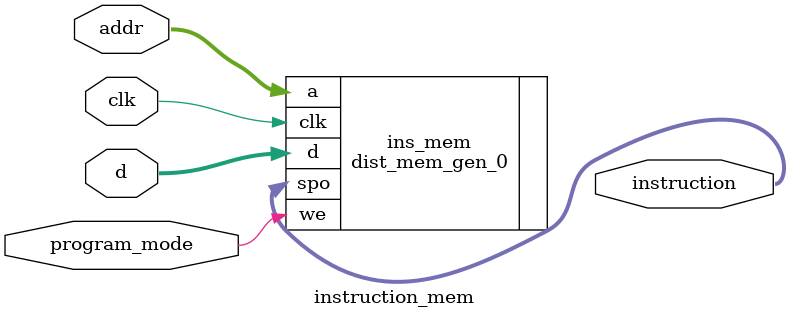
<source format=v>
`timescale 1ns / 1ps
module instruction_mem(
    input clk,
    input [10:0] addr,
    input [37:0] d,
    input program_mode,
    output [37:0] instruction
    );
    
    dist_mem_gen_0 ins_mem (
      .a(addr),
      .d(d),
      .clk(clk),
      .we(program_mode),
      .spo(instruction)
    );

endmodule

</source>
